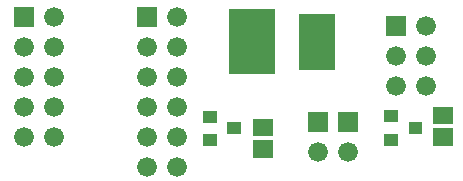
<source format=gbr>
G04 start of page 4 for group -4063 idx -4063 *
G04 Title: (unknown), componentmask *
G04 Creator: pcb 20091103 *
G04 CreationDate: Mon 11 Apr 2011 12:44:06 AM GMT UTC *
G04 For: gjhurlbu *
G04 Format: Gerber/RS-274X *
G04 PCB-Dimensions: 600000 500000 *
G04 PCB-Coordinate-Origin: lower left *
%MOIN*%
%FSLAX25Y25*%
%LNFRONTMASK*%
%ADD12C,0.0200*%
%ADD19C,0.0660*%
%ADD20R,0.0400X0.0400*%
%ADD21R,0.0572X0.0572*%
%ADD22R,0.1210X0.1210*%
%ADD23R,0.1510X0.1510*%
G54D12*G36*
X16700Y483300D02*Y476700D01*
X23300D01*
Y483300D01*
X16700D01*
G37*
G54D19*X30000Y480000D03*
X20000Y470000D03*
X30000D03*
X20000Y460000D03*
X30000D03*
X20000Y450000D03*
X30000D03*
X20000Y440000D03*
X30000D03*
G54D12*G36*
X57700Y483300D02*Y476700D01*
X64300D01*
Y483300D01*
X57700D01*
G37*
G54D19*X71000Y480000D03*
Y470000D03*
Y460000D03*
Y450000D03*
Y440000D03*
Y430000D03*
X61000Y470000D03*
Y460000D03*
Y450000D03*
Y440000D03*
Y430000D03*
G54D12*G36*
X124700Y448300D02*Y441700D01*
X131300D01*
Y448300D01*
X124700D01*
G37*
G54D19*X128000Y435000D03*
X118000D03*
G54D12*G36*
X114700Y448300D02*Y441700D01*
X121300D01*
Y448300D01*
X114700D01*
G37*
G36*
X140700Y480300D02*Y473700D01*
X147300D01*
Y480300D01*
X140700D01*
G37*
G54D19*X154000Y477000D03*
X144000Y467000D03*
X154000D03*
X144000Y457000D03*
X154000D03*
G54D20*X81600Y446700D02*X82200D01*
X81600Y438900D02*X82200D01*
X89800Y442800D02*X90400D01*
G54D21*X99214Y443000D02*X100000D01*
X99214Y435914D02*X100000D01*
G54D22*X117800Y475000D02*Y468400D01*
G54D23*X96000Y475000D02*Y468400D01*
G54D20*X142000Y446800D02*X142600D01*
X142000Y439000D02*X142600D01*
X150200Y442900D02*X150800D01*
G54D21*X159214Y439914D02*X160000D01*
X159214Y447000D02*X160000D01*
M02*

</source>
